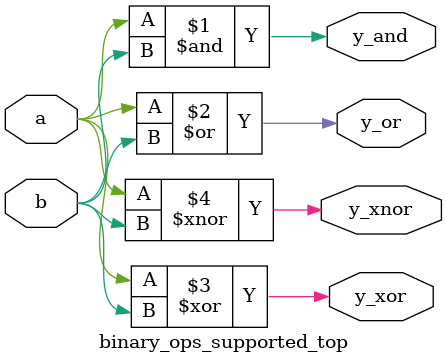
<source format=sv>

module binary_ops_supported_top(
  input logic a,
  input logic b,
  output logic y_and,
  output logic y_or,
  output logic y_xor,
  output logic y_xnor
);
  assign y_and = a & b;
  assign y_or = a | b;
  assign y_xor = a ^ b;
  assign y_xnor = a ~^ b;
endmodule

</source>
